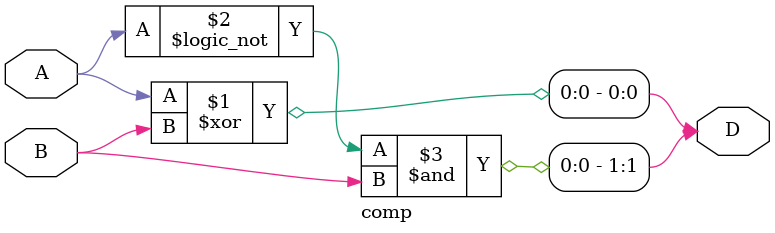
<source format=v>
module comp(A, B, D);
    input A, B;
    output [1:0] D;

    /*
        A | B |   D
        0 | 0 |  2'b00
        0 | 1 |  2'b11
        1 | 0 |  2'b01
        1 | 1 |  2'b00
    */
    assign D = {(!A) & B, A ^ B};

endmodule
</source>
